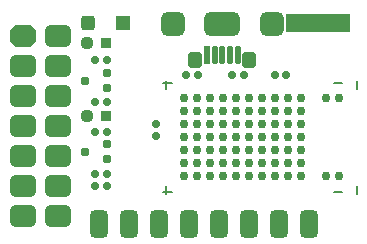
<source format=gbr>
%TF.GenerationSoftware,Altium Limited,Altium Designer,20.2.6 (244)*%
G04 Layer_Color=8388736*
%FSLAX45Y45*%
%MOMM*%
%TF.SameCoordinates,9E4D4D7D-1FFC-428C-BB03-7E89B6F1CBBC*%
%TF.FilePolarity,Negative*%
%TF.FileFunction,Soldermask,Top*%
%TF.Part,Single*%
G01*
G75*
%TA.AperFunction,NonConductor*%
%ADD22C,0.15000*%
%ADD87R,5.40000X1.50000*%
%TA.AperFunction,SMDPad,CuDef*%
G04:AMPARAMS|DCode=88|XSize=1.55mm|YSize=2.35mm|CornerRadius=0.425mm|HoleSize=0mm|Usage=FLASHONLY|Rotation=0.000|XOffset=0mm|YOffset=0mm|HoleType=Round|Shape=RoundedRectangle|*
%AMROUNDEDRECTD88*
21,1,1.55000,1.50000,0,0,0.0*
21,1,0.70000,2.35000,0,0,0.0*
1,1,0.85000,0.35000,-0.75000*
1,1,0.85000,-0.35000,-0.75000*
1,1,0.85000,-0.35000,0.75000*
1,1,0.85000,0.35000,0.75000*
%
%ADD88ROUNDEDRECTD88*%
%TA.AperFunction,ComponentPad*%
G04:AMPARAMS|DCode=90|XSize=1.85mm|YSize=2.25mm|CornerRadius=0.5mm|HoleSize=0mm|Usage=FLASHONLY|Rotation=270.000|XOffset=0mm|YOffset=0mm|HoleType=Round|Shape=RoundedRectangle|*
%AMROUNDEDRECTD90*
21,1,1.85000,1.25001,0,0,270.0*
21,1,0.85000,2.25000,0,0,270.0*
1,1,1.00000,-0.62500,-0.42500*
1,1,1.00000,-0.62500,0.42500*
1,1,1.00000,0.62500,0.42500*
1,1,1.00000,0.62500,-0.42500*
%
%ADD90ROUNDEDRECTD90*%
G04:AMPARAMS|DCode=91|XSize=1.85mm|YSize=2.25mm|CornerRadius=0mm|HoleSize=0mm|Usage=FLASHONLY|Rotation=270.000|XOffset=0mm|YOffset=0mm|HoleType=Round|Shape=Octagon|*
%AMOCTAGOND91*
4,1,8,1.12500,0.46250,1.12500,-0.46250,0.66250,-0.92500,-0.66250,-0.92500,-1.12500,-0.46250,-1.12500,0.46250,-0.66250,0.92500,0.66250,0.92500,1.12500,0.46250,0.0*
%
%ADD91OCTAGOND91*%

G04:AMPARAMS|DCode=92|XSize=1.25mm|YSize=1.35mm|CornerRadius=0.35mm|HoleSize=0mm|Usage=FLASHONLY|Rotation=180.000|XOffset=0mm|YOffset=0mm|HoleType=Round|Shape=RoundedRectangle|*
%AMROUNDEDRECTD92*
21,1,1.25000,0.65000,0,0,180.0*
21,1,0.55000,1.35000,0,0,180.0*
1,1,0.70000,-0.27500,0.32500*
1,1,0.70000,0.27500,0.32500*
1,1,0.70000,0.27500,-0.32500*
1,1,0.70000,-0.27500,-0.32500*
%
%ADD92ROUNDEDRECTD92*%
G04:AMPARAMS|DCode=93|XSize=2.05mm|YSize=2.05mm|CornerRadius=0.55mm|HoleSize=0mm|Usage=FLASHONLY|Rotation=180.000|XOffset=0mm|YOffset=0mm|HoleType=Round|Shape=RoundedRectangle|*
%AMROUNDEDRECTD93*
21,1,2.05000,0.95000,0,0,180.0*
21,1,0.95000,2.05000,0,0,180.0*
1,1,1.10000,-0.47500,0.47500*
1,1,1.10000,0.47500,0.47500*
1,1,1.10000,0.47500,-0.47500*
1,1,1.10000,-0.47500,-0.47500*
%
%ADD93ROUNDEDRECTD93*%
%TA.AperFunction,BGAPad,CuDef*%
%ADD103C,0.75000*%
%TA.AperFunction,SMDPad,CuDef*%
G04:AMPARAMS|DCode=104|XSize=0.65mm|YSize=0.75mm|CornerRadius=0.2mm|HoleSize=0mm|Usage=FLASHONLY|Rotation=270.000|XOffset=0mm|YOffset=0mm|HoleType=Round|Shape=RoundedRectangle|*
%AMROUNDEDRECTD104*
21,1,0.65000,0.35000,0,0,270.0*
21,1,0.25000,0.75000,0,0,270.0*
1,1,0.40000,-0.17500,-0.12500*
1,1,0.40000,-0.17500,0.12500*
1,1,0.40000,0.17500,0.12500*
1,1,0.40000,0.17500,-0.12500*
%
%ADD104ROUNDEDRECTD104*%
G04:AMPARAMS|DCode=105|XSize=0.65mm|YSize=0.65mm|CornerRadius=0.2mm|HoleSize=0mm|Usage=FLASHONLY|Rotation=270.000|XOffset=0mm|YOffset=0mm|HoleType=Round|Shape=RoundedRectangle|*
%AMROUNDEDRECTD105*
21,1,0.65000,0.25000,0,0,270.0*
21,1,0.25000,0.65000,0,0,270.0*
1,1,0.40000,-0.12500,-0.12500*
1,1,0.40000,-0.12500,0.12500*
1,1,0.40000,0.12500,0.12500*
1,1,0.40000,0.12500,-0.12500*
%
%ADD105ROUNDEDRECTD105*%
%ADD106R,0.53000X1.55000*%
G04:AMPARAMS|DCode=107|XSize=0.53mm|YSize=1.55mm|CornerRadius=0.17mm|HoleSize=0mm|Usage=FLASHONLY|Rotation=180.000|XOffset=0mm|YOffset=0mm|HoleType=Round|Shape=RoundedRectangle|*
%AMROUNDEDRECTD107*
21,1,0.53000,1.21000,0,0,180.0*
21,1,0.19000,1.55000,0,0,180.0*
1,1,0.34000,-0.09500,0.60500*
1,1,0.34000,0.09500,0.60500*
1,1,0.34000,0.09500,-0.60500*
1,1,0.34000,-0.09500,-0.60500*
%
%ADD107ROUNDEDRECTD107*%
G04:AMPARAMS|DCode=108|XSize=3.05mm|YSize=2.05mm|CornerRadius=0.55mm|HoleSize=0mm|Usage=FLASHONLY|Rotation=180.000|XOffset=0mm|YOffset=0mm|HoleType=Round|Shape=RoundedRectangle|*
%AMROUNDEDRECTD108*
21,1,3.05000,0.95000,0,0,180.0*
21,1,1.95000,2.05000,0,0,180.0*
1,1,1.10000,-0.97500,0.47500*
1,1,1.10000,0.97500,0.47500*
1,1,1.10000,0.97500,-0.47500*
1,1,1.10000,-0.97500,-0.47500*
%
%ADD108ROUNDEDRECTD108*%
G04:AMPARAMS|DCode=109|XSize=1.25mm|YSize=1.25mm|CornerRadius=0.35mm|HoleSize=0mm|Usage=FLASHONLY|Rotation=270.000|XOffset=0mm|YOffset=0mm|HoleType=Round|Shape=RoundedRectangle|*
%AMROUNDEDRECTD109*
21,1,1.25000,0.55000,0,0,270.0*
21,1,0.55000,1.25000,0,0,270.0*
1,1,0.70000,-0.27500,-0.27500*
1,1,0.70000,-0.27500,0.27500*
1,1,0.70000,0.27500,0.27500*
1,1,0.70000,0.27500,-0.27500*
%
%ADD109ROUNDEDRECTD109*%
%ADD110R,1.25000X1.25000*%
G04:AMPARAMS|DCode=111|XSize=0.95mm|YSize=0.95mm|CornerRadius=0.275mm|HoleSize=0mm|Usage=FLASHONLY|Rotation=270.000|XOffset=0mm|YOffset=0mm|HoleType=Round|Shape=RoundedRectangle|*
%AMROUNDEDRECTD111*
21,1,0.95000,0.40000,0,0,270.0*
21,1,0.40000,0.95000,0,0,270.0*
1,1,0.55000,-0.20000,-0.20000*
1,1,0.55000,-0.20000,0.20000*
1,1,0.55000,0.20000,0.20000*
1,1,0.55000,0.20000,-0.20000*
%
%ADD111ROUNDEDRECTD111*%
%ADD112R,0.95000X0.95000*%
G04:AMPARAMS|DCode=113|XSize=0.65mm|YSize=0.65mm|CornerRadius=0.2mm|HoleSize=0mm|Usage=FLASHONLY|Rotation=180.000|XOffset=0mm|YOffset=0mm|HoleType=Round|Shape=RoundedRectangle|*
%AMROUNDEDRECTD113*
21,1,0.65000,0.25000,0,0,180.0*
21,1,0.25000,0.65000,0,0,180.0*
1,1,0.40000,-0.12500,0.12500*
1,1,0.40000,0.12500,0.12500*
1,1,0.40000,0.12500,-0.12500*
1,1,0.40000,-0.12500,-0.12500*
%
%ADD113ROUNDEDRECTD113*%
D22*
X1390033Y1309995D02*
Y1380000D01*
X1390035Y420000D02*
Y489995D01*
X1370000Y439995D02*
X1440031D01*
X1370000Y1359995D02*
X1440030D01*
X3010034Y420000D02*
Y489995D01*
X2810000Y439997D02*
X2879966D01*
X3010034Y1309995D02*
Y1380000D01*
X2810034Y1360000D02*
X2880000D01*
D87*
X2675000Y1870000D02*
D03*
D88*
X1334000Y170000D02*
D03*
X2350000D02*
D03*
X1080000D02*
D03*
X826000D02*
D03*
X2096000D02*
D03*
X1842000D02*
D03*
X2604000D02*
D03*
X1588000D02*
D03*
D90*
X474000Y236000D02*
D03*
Y490000D02*
D03*
Y744000D02*
D03*
Y998000D02*
D03*
Y1252000D02*
D03*
Y1506000D02*
D03*
Y1760000D02*
D03*
X180000Y236000D02*
D03*
Y490000D02*
D03*
Y744000D02*
D03*
Y998000D02*
D03*
Y1252000D02*
D03*
Y1506000D02*
D03*
D91*
Y1760000D02*
D03*
D92*
X1637500Y1560000D02*
D03*
X2097500D02*
D03*
D93*
X1450000Y1860000D02*
D03*
X2285000D02*
D03*
D103*
X1540000Y570000D02*
D03*
X1650000D02*
D03*
X1760000D02*
D03*
X1870000D02*
D03*
X1980000D02*
D03*
X2090000D02*
D03*
X2200000D02*
D03*
X2310000D02*
D03*
X2420000D02*
D03*
X2530000D02*
D03*
X2750000D02*
D03*
X2860000D02*
D03*
X1540000Y680000D02*
D03*
X1650000D02*
D03*
X1760000D02*
D03*
X1870000D02*
D03*
X1980000D02*
D03*
X2090000D02*
D03*
X2200000D02*
D03*
X2310000D02*
D03*
X2420000D02*
D03*
X2530000D02*
D03*
X1540000Y790000D02*
D03*
X1650000D02*
D03*
X1760000D02*
D03*
X1870000D02*
D03*
X1980000D02*
D03*
X2090000D02*
D03*
X2200000D02*
D03*
X2310000D02*
D03*
X2420000D02*
D03*
X2530000D02*
D03*
X1540000Y900000D02*
D03*
X1650000D02*
D03*
X1760000D02*
D03*
X1870000D02*
D03*
X1980000D02*
D03*
X2090000D02*
D03*
X2200000D02*
D03*
X2310000D02*
D03*
X2420000D02*
D03*
X2530000D02*
D03*
X1540000Y1010000D02*
D03*
X1650000D02*
D03*
X1760000D02*
D03*
X1870000D02*
D03*
X1980000D02*
D03*
X2090000D02*
D03*
X2200000D02*
D03*
X2310000D02*
D03*
X2420000D02*
D03*
X2530000D02*
D03*
X1540000Y1120000D02*
D03*
X1650000D02*
D03*
X1760000D02*
D03*
X1870000D02*
D03*
X1980000D02*
D03*
X2090000D02*
D03*
X2200000D02*
D03*
X2310000D02*
D03*
X2420000D02*
D03*
X2530000D02*
D03*
X1540000Y1230000D02*
D03*
X1650000D02*
D03*
X1760000D02*
D03*
X1870000D02*
D03*
X1980000D02*
D03*
X2090000D02*
D03*
X2200000D02*
D03*
X2310000D02*
D03*
X2420000D02*
D03*
X2530000D02*
D03*
X2750000D02*
D03*
X2860000D02*
D03*
D104*
X705000Y1380000D02*
D03*
X895000Y1445000D02*
D03*
Y1315000D02*
D03*
X705000Y780000D02*
D03*
X895000Y845000D02*
D03*
Y715000D02*
D03*
D105*
X790000Y1200000D02*
D03*
X890000D02*
D03*
X890000Y1560000D02*
D03*
X790000D02*
D03*
X2410000Y1430000D02*
D03*
X2310000D02*
D03*
X1950000D02*
D03*
X2050000D02*
D03*
X890000Y590000D02*
D03*
X790000D02*
D03*
X890000Y950000D02*
D03*
X790000D02*
D03*
X1660000Y1430000D02*
D03*
X1560000D02*
D03*
X890000Y490000D02*
D03*
X790000D02*
D03*
D106*
X1737500Y1600000D02*
D03*
D107*
X1802500D02*
D03*
X1867500D02*
D03*
X1932500D02*
D03*
X1997500D02*
D03*
D108*
X1867500Y1860000D02*
D03*
D109*
X730000Y1870000D02*
D03*
D110*
X1030000D02*
D03*
D111*
X720000Y1700000D02*
D03*
Y1080000D02*
D03*
D112*
X880000Y1700000D02*
D03*
Y1080000D02*
D03*
D113*
X1310000Y1010000D02*
D03*
Y910000D02*
D03*
%TF.MD5,514b95da36af7cf0aeed0fdae2d3917c*%
M02*

</source>
